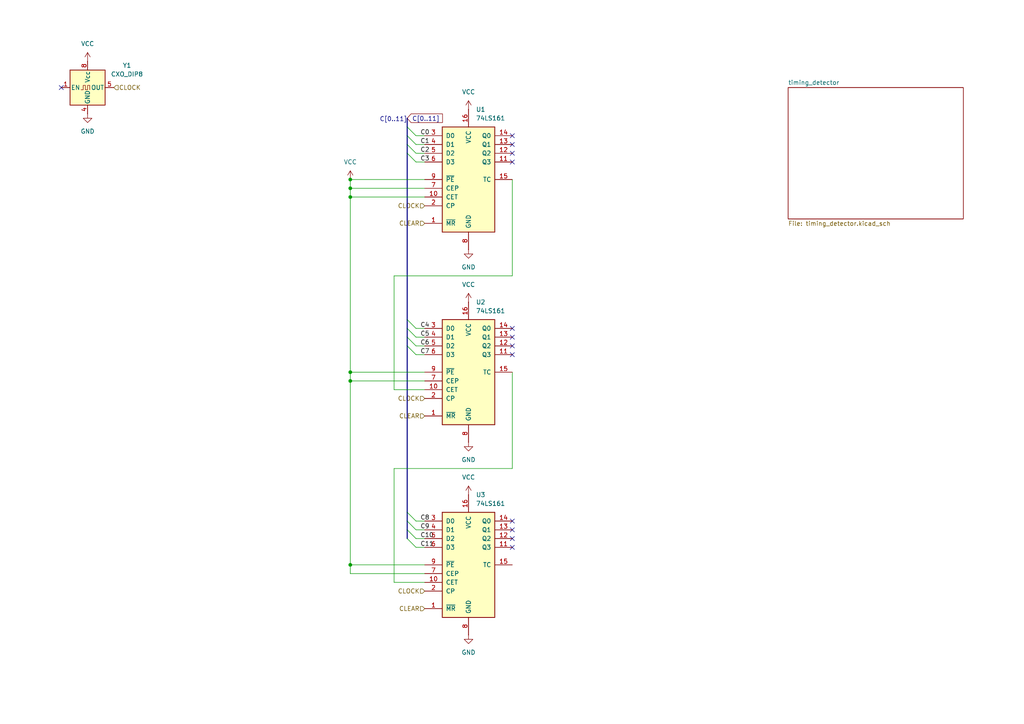
<source format=kicad_sch>
(kicad_sch (version 20250114) (generator "eeschema") (generator_version "9.0")
  (paper "A4")
  (lib_symbols
    (symbol "74xx:74LS161" (pin_names (offset 1.016))
      (property "Reference" "U" (at -7.62 16.51 0))
      (property "Value" "74LS161" (at -7.62 -16.51 0))
      (symbol "74LS161_1_0"
        (pin input line (at -12.7 12.7 0) (length 5.08) (name "D0") (number "3"))
        (pin input line (at -12.7 10.16 0) (length 5.08) (name "D1") (number "4"))
        (pin input line (at -12.7 7.62 0) (length 5.08) (name "D2") (number "5"))
        (pin input line (at -12.7 5.08 0) (length 5.08) (name "D3") (number "6"))
        (pin input line (at -12.7 0 0) (length 5.08) (name "~{PE}") (number "9"))
        (pin input line (at -12.7 -2.54 0) (length 5.08) (name "CEP") (number "7"))
        (pin input line (at -12.7 -5.08 0) (length 5.08) (name "CET") (number "10"))
        (pin input line (at -12.7 -7.62 0) (length 5.08) (name "CP") (number "2"))
        (pin input line (at -12.7 -12.7 0) (length 5.08) (name "~{MR}") (number "1"))
        (pin power_in line (at 0 20.32 270) (length 5.08) (name "VCC") (number "16"))
        (pin power_in line (at 0 -20.32 90) (length 5.08) (name "GND") (number "8"))
        (pin output line (at 12.7 12.7 180) (length 5.08) (name "Q0") (number "14"))
        (pin output line (at 12.7 10.16 180) (length 5.08) (name "Q1") (number "13"))
        (pin output line (at 12.7 7.62 180) (length 5.08) (name "Q2") (number "12"))
        (pin output line (at 12.7 5.08 180) (length 5.08) (name "Q3") (number "11"))
        (pin output line (at 12.7 0 180) (length 5.08) (name "TC") (number "15"))
      )
      (symbol "74LS161_1_1"
        (rectangle (start -7.62 15.24) (end 7.62 -15.24) (stroke (width 0.254)) (fill (type background)))
      )
    )
    (symbol "Oscillator:CXO_DIP8" (pin_names (offset 0.254))
      (property "Reference" "Y" (at -5.08 6.35 0))
      (property "Value" "CXO_DIP8" (at 1.27 -6.35 0))
      (symbol "CXO_DIP8_0_1"
        (rectangle (start -5.08 5.08) (end 5.08 -5.08) (stroke (width 0.254)) (fill (type background)))
        (polyline (pts (xy -1.905 -0.635) (xy -1.27 -0.635) (xy -1.27 0.635) (xy -0.635 0.635) (xy -0.635 -0.635) (xy 0 -0.635) (xy 0 0.635) (xy 0.635 0.635) (xy 0.635 -0.635)))
      )
      (symbol "CXO_DIP8_1_1"
        (pin input line (at -7.62 0 0) (length 2.54) (name "EN") (number "1"))
        (pin power_in line (at 0 7.62 270) (length 2.54) (name "Vcc") (number "8"))
        (pin power_in line (at 0 -7.62 90) (length 2.54) (name "GND") (number "4"))
        (pin output line (at 7.62 0 180) (length 2.54) (name "OUT") (number "5"))
      )
    )
    (symbol "power:GND" (power) (pin_numbers (hide yes)) (pin_names (offset 0) (hide yes))
      (property "Value" "GND" (at 0 -3.81 0))
      (symbol "GND_0_1"
        (polyline (pts (xy 0 0) (xy 0 -1.27) (xy 1.27 -1.27) (xy 0 -2.54) (xy -1.27 -1.27) (xy 0 -1.27)))
      )
      (symbol "GND_1_1"
        (pin power_in line (at 0 0 270) (length 0) (name "~") (number "1"))
      )
    )
    (symbol "power:VCC" (power) (pin_numbers (hide yes)) (pin_names (offset 0) (hide yes))
      (property "Value" "VCC" (at 0 3.556 0))
      (symbol "VCC_0_1"
        (polyline (pts (xy -0.762 1.27) (xy 0 2.54)))
        (polyline (pts (xy 0 2.54) (xy 0.762 1.27)))
        (polyline (pts (xy 0 0) (xy 0 2.54)))
      )
      (symbol "VCC_1_1"
        (pin power_in line (at 0 0 90) (length 0) (name "~") (number "1"))
      )
    )
  )
  (junction (at 101.6 110.49))
  (junction (at 101.6 52.07))
  (junction (at 101.6 54.61))
  (junction (at 101.6 57.15))
  (junction (at 101.6 163.83))
  (junction (at 101.6 107.95))
  (no_connect (at 148.59 41.91))
  (no_connect (at 148.59 158.75))
  (no_connect (at 17.78 25.4))
  (no_connect (at 148.59 95.25))
  (no_connect (at 148.59 156.21))
  (no_connect (at 148.59 102.87))
  (no_connect (at 148.59 153.67))
  (no_connect (at 148.59 46.99))
  (no_connect (at 148.59 100.33))
  (no_connect (at 148.59 44.45))
  (no_connect (at 148.59 151.13))
  (no_connect (at 148.59 97.79))
  (no_connect (at 148.59 39.37))
  (bus_entry (at 118.11 148.59) (size 2.54 2.54))
  (bus_entry (at 118.11 41.91) (size 2.54 2.54))
  (bus_entry (at 118.11 100.33) (size 2.54 2.54))
  (bus_entry (at 118.11 153.67) (size 2.54 2.54))
  (bus_entry (at 118.11 39.37) (size 2.54 2.54))
  (bus_entry (at 118.11 95.25) (size 2.54 2.54))
  (bus_entry (at 118.11 36.83) (size 2.54 2.54))
  (bus_entry (at 118.11 97.79) (size 2.54 2.54))
  (bus_entry (at 118.11 44.45) (size 2.54 2.54))
  (bus_entry (at 118.11 156.21) (size 2.54 2.54))
  (bus_entry (at 118.11 92.71) (size 2.54 2.54))
  (bus_entry (at 118.11 151.13) (size 2.54 2.54))
  (wire (pts (xy 148.59 80.01) (xy 114.3 80.01)))
  (wire (pts (xy 101.6 110.49) (xy 123.19 110.49)))
  (wire (pts (xy 120.65 44.45) (xy 123.19 44.45)))
  (wire (pts (xy 101.6 110.49) (xy 101.6 163.83)))
  (wire (pts (xy 120.65 156.21) (xy 123.19 156.21)))
  (bus (pts (xy 118.11 95.25) (xy 118.11 97.79)))
  (bus (pts (xy 118.11 34.29) (xy 118.11 36.83)))
  (wire (pts (xy 120.65 97.79) (xy 123.19 97.79)))
  (wire (pts (xy 101.6 57.15) (xy 101.6 107.95)))
  (wire (pts (xy 101.6 107.95) (xy 101.6 110.49)))
  (wire (pts (xy 114.3 113.03) (xy 123.19 113.03)))
  (wire (pts (xy 120.65 39.37) (xy 123.19 39.37)))
  (wire (pts (xy 101.6 52.07) (xy 101.6 54.61)))
  (bus (pts (xy 118.11 151.13) (xy 118.11 153.67)))
  (wire (pts (xy 101.6 54.61) (xy 123.19 54.61)))
  (wire (pts (xy 114.3 135.89) (xy 114.3 168.91)))
  (wire (pts (xy 120.65 100.33) (xy 123.19 100.33)))
  (bus (pts (xy 118.11 148.59) (xy 118.11 151.13)))
  (wire (pts (xy 148.59 107.95) (xy 148.59 135.89)))
  (wire (pts (xy 101.6 107.95) (xy 123.19 107.95)))
  (wire (pts (xy 123.19 52.07) (xy 101.6 52.07)))
  (wire (pts (xy 120.65 46.99) (xy 123.19 46.99)))
  (wire (pts (xy 123.19 166.37) (xy 101.6 166.37)))
  (wire (pts (xy 120.65 41.91) (xy 123.19 41.91)))
  (bus (pts (xy 118.11 153.67) (xy 118.11 156.21)))
  (bus (pts (xy 118.11 41.91) (xy 118.11 44.45)))
  (bus (pts (xy 118.11 92.71) (xy 118.11 95.25)))
  (bus (pts (xy 118.11 39.37) (xy 118.11 41.91)))
  (wire (pts (xy 101.6 166.37) (xy 101.6 163.83)))
  (wire (pts (xy 101.6 57.15) (xy 123.19 57.15)))
  (bus (pts (xy 118.11 44.45) (xy 118.11 92.71)))
  (bus (pts (xy 118.11 36.83) (xy 118.11 39.37)))
  (bus (pts (xy 118.11 100.33) (xy 118.11 148.59)))
  (wire (pts (xy 120.65 153.67) (xy 123.19 153.67)))
  (wire (pts (xy 101.6 163.83) (xy 123.19 163.83)))
  (wire (pts (xy 114.3 168.91) (xy 123.19 168.91)))
  (wire (pts (xy 120.65 158.75) (xy 123.19 158.75)))
  (wire (pts (xy 148.59 52.07) (xy 148.59 80.01)))
  (wire (pts (xy 120.65 151.13) (xy 123.19 151.13)))
  (wire (pts (xy 148.59 135.89) (xy 114.3 135.89)))
  (bus (pts (xy 118.11 97.79) (xy 118.11 100.33)))
  (wire (pts (xy 114.3 80.01) (xy 114.3 113.03)))
  (wire (pts (xy 120.65 95.25) (xy 123.19 95.25)))
  (wire (pts (xy 101.6 54.61) (xy 101.6 57.15)))
  (wire (pts (xy 120.65 102.87) (xy 123.19 102.87)))
  (label "C1" (at 121.92 41.91 0))
  (label "C8" (at 121.92 151.13 0))
  (label "C6" (at 121.92 100.33 0))
  (label "C[0..11]" (at 118.11 35.56 180))
  (label "C10" (at 121.92 156.21 0))
  (label "C9" (at 121.92 153.67 0))
  (label "C2" (at 121.92 44.45 0))
  (label "C3" (at 121.92 46.99 0))
  (label "C5" (at 121.92 97.79 0))
  (label "C7" (at 121.92 102.87 0))
  (label "C0" (at 121.92 39.37 0))
  (label "C11" (at 121.92 158.75 0))
  (label "C4" (at 121.92 95.25 0))
  (global_label "C[0..11]" (shape input) (at 118.11 34.29 0) (property "Intersheetrefs" "${INTERSHEET_REFS}" (effects (hide yes))))
  (hierarchical_label "CLOCK" (shape input) (at 123.19 115.57 180))
  (hierarchical_label "CLOCK" (shape input) (at 123.19 59.69 180))
  (hierarchical_label "CLEAR" (shape input) (at 123.19 64.77 180))
  (hierarchical_label "CLOCK" (shape input) (at 33.02 25.4 0))
  (hierarchical_label "CLEAR" (shape input) (at 123.19 176.53 180))
  (hierarchical_label "CLEAR" (shape input) (at 123.19 120.65 180))
  (hierarchical_label "CLOCK" (shape input) (at 123.19 171.45 180))
  (symbol (lib_id "power:GND") (at 135.89 128.27 0) (unit 1)
    (property "Reference" "#PWR05" (effects (hide yes)))
    (property "Value" "GND" (at 135.89 133.35 0))
    (property "Description" "Power symbol creates a global label with name \"GND\" , ground" (effects (hide yes)))
  )
  (symbol (lib_id "power:GND") (at 25.4 33.02 0) (unit 1)
    (property "Reference" "#PWR09" (effects (hide yes)))
    (property "Value" "GND" (at 25.4 38.1 0))
    (property "Description" "Power symbol creates a global label with name \"GND\" , ground" (effects (hide yes)))
  )
  (symbol (lib_id "74xx:74LS161") (at 135.89 52.07 0) (unit 1)
    (property "Reference" "U1" (at 138.0333 31.75 0) (effects (justify left)))
    (property "Value" "74LS161" (at 138.0333 34.29 0) (effects (justify left)))
    (property "Datasheet" "http://www.ti.com/lit/gpn/sn74LS161" (effects (hide yes)))
    (property "Description" "Synchronous 4-bit programmable binary Counter" (effects (hide yes)))
  )
  (symbol (lib_id "power:VCC") (at 101.6 52.07 0) (unit 1)
    (property "Reference" "#PWR07" (effects (hide yes)))
    (property "Value" "VCC" (at 101.6 46.99 0))
    (property "Description" "Power symbol creates a global label with name \"VCC\"" (effects (hide yes)))
  )
  (symbol (lib_id "power:VCC") (at 25.4 17.78 0) (unit 1)
    (property "Reference" "#PWR08" (effects (hide yes)))
    (property "Value" "VCC" (at 25.4 12.7 0))
    (property "Description" "Power symbol creates a global label with name \"VCC\"" (effects (hide yes)))
  )
  (symbol (lib_id "power:VCC") (at 135.89 143.51 0) (unit 1)
    (property "Reference" "#PWR03" (effects (hide yes)))
    (property "Value" "VCC" (at 135.89 138.43 0))
    (property "Description" "Power symbol creates a global label with name \"VCC\"" (effects (hide yes)))
  )
  (symbol (lib_id "power:GND") (at 135.89 72.39 0) (unit 1)
    (property "Reference" "#PWR04" (effects (hide yes)))
    (property "Value" "GND" (at 135.89 77.47 0))
    (property "Description" "Power symbol creates a global label with name \"GND\" , ground" (effects (hide yes)))
  )
  (symbol (lib_id "Oscillator:CXO_DIP8") (at 25.4 25.4 0) (unit 1)
    (property "Reference" "Y1" (at 36.83 18.9798 0))
    (property "Value" "CXO_DIP8" (at 36.83 21.5198 0))
    (property "Footprint" "Oscillator:Oscillator_DIP-8" (effects (hide yes)))
    (property "Datasheet" "http://cdn-reichelt.de/documents/datenblatt/B400/OSZI.pdf" (effects (hide yes)))
    (property "Description" "Crystal Clock Oscillator, DIP8-style metal package" (effects (hide yes)))
  )
  (symbol (lib_id "power:GND") (at 135.89 184.15 0) (unit 1)
    (property "Reference" "#PWR06" (effects (hide yes)))
    (property "Value" "GND" (at 135.89 189.23 0))
    (property "Description" "Power symbol creates a global label with name \"GND\" , ground" (effects (hide yes)))
  )
  (symbol (lib_id "power:VCC") (at 135.89 87.63 0) (unit 1)
    (property "Reference" "#PWR02" (effects (hide yes)))
    (property "Value" "VCC" (at 135.89 82.55 0))
    (property "Description" "Power symbol creates a global label with name \"VCC\"" (effects (hide yes)))
  )
  (symbol (lib_id "74xx:74LS161") (at 135.89 163.83 0) (unit 1)
    (property "Reference" "U3" (at 138.0333 143.51 0) (effects (justify left)))
    (property "Value" "74LS161" (at 138.0333 146.05 0) (effects (justify left)))
    (property "Datasheet" "http://www.ti.com/lit/gpn/sn74LS161" (effects (hide yes)))
    (property "Description" "Synchronous 4-bit programmable binary Counter" (effects (hide yes)))
  )
  (symbol (lib_id "74xx:74LS161") (at 135.89 107.95 0) (unit 1)
    (property "Reference" "U2" (at 138.0333 87.63 0) (effects (justify left)))
    (property "Value" "74LS161" (at 138.0333 90.17 0) (effects (justify left)))
    (property "Datasheet" "http://www.ti.com/lit/gpn/sn74LS161" (effects (hide yes)))
    (property "Description" "Synchronous 4-bit programmable binary Counter" (effects (hide yes)))
  )
  (symbol (lib_id "power:VCC") (at 135.89 31.75 0) (unit 1)
    (property "Reference" "#PWR01" (effects (hide yes)))
    (property "Value" "VCC" (at 135.89 26.67 0))
    (property "Description" "Power symbol creates a global label with name \"VCC\"" (effects (hide yes)))
  )
  (sheet (at 228.6 25.4) (size 50.8 38.1) (stroke (width 0.1524))
    (property "Sheetname" "timing_detector" (at 228.6 24.6884 0) (effects (justify left bottom)))
    (property "Sheetfile" "timing_detector.kicad_sch" (at 228.6 64.0846 0) (effects (justify left top)))
  )
)
</source>
